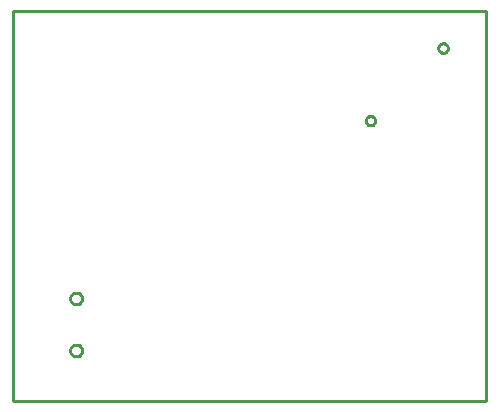
<source format=gbr>
G04 EAGLE Gerber RS-274X export*
G75*
%MOMM*%
%FSLAX34Y34*%
%LPD*%
%IN*%
%IPPOS*%
%AMOC8*
5,1,8,0,0,1.08239X$1,22.5*%
G01*
%ADD10C,0.254000*%


D10*
X0Y0D02*
X400000Y0D01*
X400000Y330000D01*
X0Y330000D01*
X0Y0D01*
X52819Y47500D02*
X52261Y47437D01*
X51714Y47312D01*
X51184Y47127D01*
X50678Y46883D01*
X50202Y46584D01*
X49763Y46234D01*
X49366Y45837D01*
X49016Y45398D01*
X48717Y44922D01*
X48473Y44416D01*
X48288Y43886D01*
X48163Y43339D01*
X48100Y42781D01*
X48100Y42219D01*
X48163Y41661D01*
X48288Y41114D01*
X48473Y40584D01*
X48717Y40078D01*
X49016Y39602D01*
X49366Y39163D01*
X49763Y38766D01*
X50202Y38416D01*
X50678Y38117D01*
X51184Y37873D01*
X51714Y37688D01*
X52261Y37563D01*
X52819Y37500D01*
X53381Y37500D01*
X53939Y37563D01*
X54486Y37688D01*
X55016Y37873D01*
X55522Y38117D01*
X55998Y38416D01*
X56437Y38766D01*
X56834Y39163D01*
X57184Y39602D01*
X57483Y40078D01*
X57727Y40584D01*
X57912Y41114D01*
X58037Y41661D01*
X58100Y42219D01*
X58100Y42781D01*
X58037Y43339D01*
X57912Y43886D01*
X57727Y44416D01*
X57483Y44922D01*
X57184Y45398D01*
X56834Y45837D01*
X56437Y46234D01*
X55998Y46584D01*
X55522Y46883D01*
X55016Y47127D01*
X54486Y47312D01*
X53939Y47437D01*
X53381Y47500D01*
X52819Y47500D01*
X52819Y91500D02*
X52261Y91437D01*
X51714Y91312D01*
X51184Y91127D01*
X50678Y90883D01*
X50202Y90584D01*
X49763Y90234D01*
X49366Y89837D01*
X49016Y89398D01*
X48717Y88922D01*
X48473Y88416D01*
X48288Y87886D01*
X48163Y87339D01*
X48100Y86781D01*
X48100Y86219D01*
X48163Y85661D01*
X48288Y85114D01*
X48473Y84584D01*
X48717Y84078D01*
X49016Y83602D01*
X49366Y83163D01*
X49763Y82766D01*
X50202Y82416D01*
X50678Y82117D01*
X51184Y81873D01*
X51714Y81688D01*
X52261Y81563D01*
X52819Y81500D01*
X53381Y81500D01*
X53939Y81563D01*
X54486Y81688D01*
X55016Y81873D01*
X55522Y82117D01*
X55998Y82416D01*
X56437Y82766D01*
X56834Y83163D01*
X57184Y83602D01*
X57483Y84078D01*
X57727Y84584D01*
X57912Y85114D01*
X58037Y85661D01*
X58100Y86219D01*
X58100Y86781D01*
X58037Y87339D01*
X57912Y87886D01*
X57727Y88416D01*
X57483Y88922D01*
X57184Y89398D01*
X56834Y89837D01*
X56437Y90234D01*
X55998Y90584D01*
X55522Y90883D01*
X55016Y91127D01*
X54486Y91312D01*
X53939Y91437D01*
X53381Y91500D01*
X52819Y91500D01*
X364062Y294500D02*
X364582Y294568D01*
X365089Y294704D01*
X365573Y294905D01*
X366027Y295167D01*
X366443Y295486D01*
X366814Y295857D01*
X367133Y296273D01*
X367395Y296727D01*
X367596Y297211D01*
X367732Y297718D01*
X367800Y298238D01*
X367800Y298762D01*
X367732Y299282D01*
X367596Y299789D01*
X367395Y300273D01*
X367133Y300727D01*
X366814Y301143D01*
X366443Y301514D01*
X366027Y301833D01*
X365573Y302095D01*
X365089Y302296D01*
X364582Y302432D01*
X364062Y302500D01*
X363538Y302500D01*
X363018Y302432D01*
X362511Y302296D01*
X362027Y302095D01*
X361573Y301833D01*
X361157Y301514D01*
X360786Y301143D01*
X360467Y300727D01*
X360205Y300273D01*
X360004Y299789D01*
X359868Y299282D01*
X359800Y298762D01*
X359800Y298238D01*
X359868Y297718D01*
X360004Y297211D01*
X360205Y296727D01*
X360467Y296273D01*
X360786Y295857D01*
X361157Y295486D01*
X361573Y295167D01*
X362027Y294905D01*
X362511Y294704D01*
X363018Y294568D01*
X363538Y294500D01*
X364062Y294500D01*
X302562Y233000D02*
X303082Y233068D01*
X303589Y233204D01*
X304073Y233405D01*
X304527Y233667D01*
X304943Y233986D01*
X305314Y234357D01*
X305633Y234773D01*
X305895Y235227D01*
X306096Y235711D01*
X306232Y236218D01*
X306300Y236738D01*
X306300Y237262D01*
X306232Y237782D01*
X306096Y238289D01*
X305895Y238773D01*
X305633Y239227D01*
X305314Y239643D01*
X304943Y240014D01*
X304527Y240333D01*
X304073Y240595D01*
X303589Y240796D01*
X303082Y240932D01*
X302562Y241000D01*
X302038Y241000D01*
X301518Y240932D01*
X301011Y240796D01*
X300527Y240595D01*
X300073Y240333D01*
X299657Y240014D01*
X299286Y239643D01*
X298967Y239227D01*
X298705Y238773D01*
X298504Y238289D01*
X298368Y237782D01*
X298300Y237262D01*
X298300Y236738D01*
X298368Y236218D01*
X298504Y235711D01*
X298705Y235227D01*
X298967Y234773D01*
X299286Y234357D01*
X299657Y233986D01*
X300073Y233667D01*
X300527Y233405D01*
X301011Y233204D01*
X301518Y233068D01*
X302038Y233000D01*
X302562Y233000D01*
M02*

</source>
